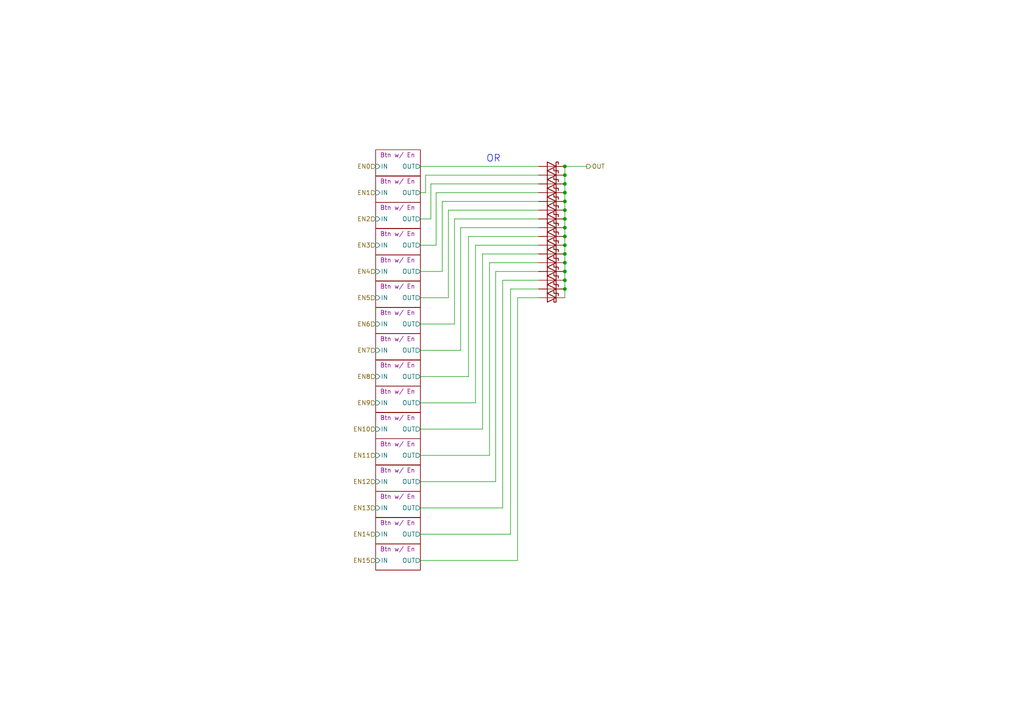
<source format=kicad_sch>
(kicad_sch (version 20211123) (generator eeschema)
  (paper "A4")
  (lib_symbols
    (symbol "Diode:BAT54J" (pin_numbers hide) (pin_names hide)
      (property "Reference" "D" (at 0 2.54 0))
      (property "Value" "BAT54J" (at 0 -2.54 0))
      (symbol "BAT54J_0_1"
        (polyline (pts (xy 1.27 0) (xy -1.27 0)))
        (polyline (pts (xy 1.27 1.27) (xy 1.27 -1.27) (xy -1.27 0) (xy 1.27 1.27)) (stroke (width 0.254)))
        (polyline (pts (xy -1.905 0.635) (xy -1.905 1.27) (xy -1.27 1.27) (xy -1.27 -1.27) (xy -0.635 -1.27) (xy -0.635 -0.635)) (stroke (width 0.254)))
      )
      (symbol "BAT54J_1_1"
        (pin passive line (at -3.81 0 0) (length 2.54) (name "K") (number "1"))
        (pin passive line (at 3.81 0 180) (length 2.54) (name "A") (number "2"))
      )
    )
  )
  (junction (at 163.83 53.34))
  (junction (at 163.83 83.82))
  (junction (at 163.83 76.2))
  (junction (at 163.83 66.04))
  (junction (at 163.83 58.42))
  (junction (at 163.83 71.12))
  (junction (at 163.83 55.88))
  (junction (at 163.83 63.5))
  (junction (at 163.83 73.66))
  (junction (at 163.83 48.26))
  (junction (at 163.83 68.58))
  (junction (at 163.83 50.8))
  (junction (at 163.83 81.28))
  (junction (at 163.83 78.74))
  (junction (at 163.83 60.96))
  (wire (pts (xy 133.604 101.6) (xy 121.92 101.6)))
  (wire (pts (xy 156.21 60.96) (xy 130.048 60.96)))
  (wire (pts (xy 163.83 63.5) (xy 163.83 66.04)))
  (wire (pts (xy 121.92 116.84) (xy 137.922 116.84)))
  (wire (pts (xy 163.83 60.96) (xy 163.83 63.5)))
  (wire (pts (xy 130.048 86.36) (xy 121.92 86.36)))
  (wire (pts (xy 163.83 48.26) (xy 163.83 50.8)))
  (wire (pts (xy 130.048 60.96) (xy 130.048 86.36)))
  (wire (pts (xy 137.922 116.84) (xy 137.922 71.12)))
  (wire (pts (xy 156.21 73.66) (xy 139.954 73.66)))
  (wire (pts (xy 163.83 76.2) (xy 163.83 78.74)))
  (wire (pts (xy 131.826 63.5) (xy 156.21 63.5)))
  (wire (pts (xy 121.92 93.98) (xy 131.826 93.98)))
  (wire (pts (xy 163.83 58.42) (xy 163.83 60.96)))
  (wire (pts (xy 126.492 55.88) (xy 126.492 71.12)))
  (wire (pts (xy 156.21 66.04) (xy 133.604 66.04)))
  (wire (pts (xy 156.21 53.34) (xy 124.968 53.34)))
  (wire (pts (xy 163.83 78.74) (xy 163.83 81.28)))
  (wire (pts (xy 163.83 81.28) (xy 163.83 83.82)))
  (wire (pts (xy 128.27 78.74) (xy 121.92 78.74)))
  (wire (pts (xy 163.83 71.12) (xy 163.83 73.66)))
  (wire (pts (xy 170.18 48.26) (xy 163.83 48.26)))
  (wire (pts (xy 163.83 83.82) (xy 163.83 86.36)))
  (wire (pts (xy 121.92 55.88) (xy 123.444 55.88)))
  (wire (pts (xy 156.21 83.82) (xy 148.082 83.82)))
  (wire (pts (xy 121.92 48.26) (xy 156.21 48.26)))
  (wire (pts (xy 121.92 71.12) (xy 126.492 71.12)))
  (wire (pts (xy 121.92 132.08) (xy 141.986 132.08)))
  (wire (pts (xy 163.83 73.66) (xy 163.83 76.2)))
  (wire (pts (xy 156.21 78.74) (xy 143.764 78.74)))
  (wire (pts (xy 163.83 66.04) (xy 163.83 68.58)))
  (wire (pts (xy 135.89 109.22) (xy 121.92 109.22)))
  (wire (pts (xy 163.83 68.58) (xy 163.83 71.12)))
  (wire (pts (xy 123.444 55.88) (xy 123.444 50.8)))
  (wire (pts (xy 123.444 50.8) (xy 156.21 50.8)))
  (wire (pts (xy 145.796 81.28) (xy 156.21 81.28)))
  (wire (pts (xy 143.764 78.74) (xy 143.764 139.7)))
  (wire (pts (xy 156.21 68.58) (xy 135.89 68.58)))
  (wire (pts (xy 139.954 124.46) (xy 121.92 124.46)))
  (wire (pts (xy 150.114 162.56) (xy 150.114 86.36)))
  (wire (pts (xy 139.954 73.66) (xy 139.954 124.46)))
  (wire (pts (xy 141.986 76.2) (xy 156.21 76.2)))
  (wire (pts (xy 145.796 147.32) (xy 145.796 81.28)))
  (wire (pts (xy 148.082 83.82) (xy 148.082 154.94)))
  (wire (pts (xy 124.968 53.34) (xy 124.968 63.5)))
  (wire (pts (xy 148.082 154.94) (xy 121.92 154.94)))
  (wire (pts (xy 150.114 86.36) (xy 156.21 86.36)))
  (wire (pts (xy 133.604 66.04) (xy 133.604 101.6)))
  (wire (pts (xy 131.826 93.98) (xy 131.826 63.5)))
  (wire (pts (xy 121.92 162.56) (xy 150.114 162.56)))
  (wire (pts (xy 121.92 147.32) (xy 145.796 147.32)))
  (wire (pts (xy 137.922 71.12) (xy 156.21 71.12)))
  (wire (pts (xy 128.27 58.42) (xy 128.27 78.74)))
  (wire (pts (xy 135.89 68.58) (xy 135.89 109.22)))
  (wire (pts (xy 163.83 55.88) (xy 163.83 58.42)))
  (wire (pts (xy 141.986 132.08) (xy 141.986 76.2)))
  (wire (pts (xy 156.21 58.42) (xy 128.27 58.42)))
  (wire (pts (xy 124.968 63.5) (xy 121.92 63.5)))
  (wire (pts (xy 126.492 55.88) (xy 156.21 55.88)))
  (wire (pts (xy 143.764 139.7) (xy 121.92 139.7)))
  (wire (pts (xy 163.83 50.8) (xy 163.83 53.34)))
  (wire (pts (xy 163.83 53.34) (xy 163.83 55.88)))
  (text "OR" (at 145.288 47.244 180) (effects (font (size 2 2)) (justify right bottom)))
  (hierarchical_label "EN12" (shape input) (at 108.966 139.7 180))
  (hierarchical_label "EN11" (shape input) (at 108.966 132.08 180))
  (hierarchical_label "EN13" (shape input) (at 108.966 147.32 180))
  (hierarchical_label "EN8" (shape input) (at 108.966 109.22 180))
  (hierarchical_label "OUT" (shape output) (at 170.18 48.26 0))
  (hierarchical_label "EN15" (shape input) (at 108.966 162.56 180))
  (hierarchical_label "EN2" (shape input) (at 108.966 63.5 180))
  (hierarchical_label "EN1" (shape input) (at 108.966 55.88 180))
  (hierarchical_label "EN10" (shape input) (at 108.966 124.46 180))
  (hierarchical_label "EN6" (shape input) (at 108.966 93.98 180))
  (hierarchical_label "EN9" (shape input) (at 108.966 116.84 180))
  (hierarchical_label "EN14" (shape input) (at 108.966 154.94 180))
  (hierarchical_label "EN4" (shape input) (at 108.966 78.74 180))
  (hierarchical_label "EN3" (shape input) (at 108.966 71.12 180))
  (hierarchical_label "EN5" (shape input) (at 108.966 86.36 180))
  (hierarchical_label "EN0" (shape input) (at 108.966 48.26 180))
  (hierarchical_label "EN7" (shape input) (at 108.966 101.6 180))
  (symbol (lib_id "Diode:BAT54J") (at 160.02 83.82 0) (mirror y) (unit 1)
    (property "Reference" "D16" (effects hide))
    (property "Value" "BAT54J" (effects hide))
    (property "Footprint" "Diode_SMD:D_SOD-323F" (effects hide))
    (property "Datasheet" "https://assets.nexperia.com/documents/data-sheet/BAT54J.pdf" (effects hide))
  )
  (symbol (lib_id "Diode:BAT54J") (at 160.02 81.28 0) (mirror y) (unit 1)
    (property "Reference" "D15" (effects hide))
    (property "Value" "BAT54J" (effects hide))
    (property "Footprint" "Diode_SMD:D_SOD-323F" (effects hide))
    (property "Datasheet" "https://assets.nexperia.com/documents/data-sheet/BAT54J.pdf" (effects hide))
  )
  (symbol (lib_id "Diode:BAT54J") (at 160.02 63.5 0) (mirror y) (unit 1)
    (property "Reference" "D8" (effects hide))
    (property "Value" "BAT54J" (effects hide))
    (property "Footprint" "Diode_SMD:D_SOD-323F" (effects hide))
    (property "Datasheet" "https://assets.nexperia.com/documents/data-sheet/BAT54J.pdf" (effects hide))
  )
  (symbol (lib_id "Diode:BAT54J") (at 160.02 78.74 0) (mirror y) (unit 1)
    (property "Reference" "D14" (effects hide))
    (property "Value" "BAT54J" (effects hide))
    (property "Footprint" "Diode_SMD:D_SOD-323F" (effects hide))
    (property "Datasheet" "https://assets.nexperia.com/documents/data-sheet/BAT54J.pdf" (effects hide))
  )
  (symbol (lib_id "Diode:BAT54J") (at 160.02 68.58 0) (mirror y) (unit 1)
    (property "Reference" "D10" (effects hide))
    (property "Value" "BAT54J" (effects hide))
    (property "Footprint" "Diode_SMD:D_SOD-323F" (effects hide))
    (property "Datasheet" "https://assets.nexperia.com/documents/data-sheet/BAT54J.pdf" (effects hide))
  )
  (symbol (lib_id "Diode:BAT54J") (at 160.02 86.36 0) (mirror y) (unit 1)
    (property "Reference" "D17" (effects hide))
    (property "Value" "BAT54J" (effects hide))
    (property "Footprint" "Diode_SMD:D_SOD-323F" (effects hide))
    (property "Datasheet" "https://assets.nexperia.com/documents/data-sheet/BAT54J.pdf" (effects hide))
  )
  (symbol (lib_id "Diode:BAT54J") (at 160.02 66.04 0) (mirror y) (unit 1)
    (property "Reference" "D9" (effects hide))
    (property "Value" "BAT54J" (effects hide))
    (property "Footprint" "Diode_SMD:D_SOD-323F" (effects hide))
    (property "Datasheet" "https://assets.nexperia.com/documents/data-sheet/BAT54J.pdf" (effects hide))
  )
  (symbol (lib_id "Diode:BAT54J") (at 160.02 58.42 0) (mirror y) (unit 1)
    (property "Reference" "D6" (effects hide))
    (property "Value" "BAT54J" (effects hide))
    (property "Footprint" "Diode_SMD:D_SOD-323F" (effects hide))
    (property "Datasheet" "https://assets.nexperia.com/documents/data-sheet/BAT54J.pdf" (effects hide))
  )
  (symbol (lib_id "Diode:BAT54J") (at 160.02 76.2 0) (mirror y) (unit 1)
    (property "Reference" "D13" (effects hide))
    (property "Value" "BAT54J" (effects hide))
    (property "Footprint" "Diode_SMD:D_SOD-323F" (effects hide))
    (property "Datasheet" "https://assets.nexperia.com/documents/data-sheet/BAT54J.pdf" (effects hide))
  )
  (symbol (lib_id "Diode:BAT54J") (at 160.02 71.12 0) (mirror y) (unit 1)
    (property "Reference" "D11" (effects hide))
    (property "Value" "BAT54J" (effects hide))
    (property "Footprint" "Diode_SMD:D_SOD-323F" (effects hide))
    (property "Datasheet" "https://assets.nexperia.com/documents/data-sheet/BAT54J.pdf" (effects hide))
  )
  (symbol (lib_id "Diode:BAT54J") (at 160.02 50.8 0) (mirror y) (unit 1)
    (property "Reference" "D3" (effects hide))
    (property "Value" "BAT54J" (effects hide))
    (property "Footprint" "Diode_SMD:D_SOD-323F" (effects hide))
    (property "Datasheet" "https://assets.nexperia.com/documents/data-sheet/BAT54J.pdf" (effects hide))
  )
  (symbol (lib_id "Diode:BAT54J") (at 160.02 53.34 0) (mirror y) (unit 1)
    (property "Reference" "D4" (effects hide))
    (property "Value" "BAT54J" (effects hide))
    (property "Footprint" "Diode_SMD:D_SOD-323F" (effects hide))
    (property "Datasheet" "https://assets.nexperia.com/documents/data-sheet/BAT54J.pdf" (effects hide))
  )
  (symbol (lib_id "Diode:BAT54J") (at 160.02 73.66 0) (mirror y) (unit 1)
    (property "Reference" "D12" (effects hide))
    (property "Value" "BAT54J" (effects hide))
    (property "Footprint" "Diode_SMD:D_SOD-323F" (effects hide))
    (property "Datasheet" "https://assets.nexperia.com/documents/data-sheet/BAT54J.pdf" (effects hide))
  )
  (symbol (lib_id "Diode:BAT54J") (at 160.02 48.26 0) (mirror y) (unit 1)
    (property "Reference" "D2" (effects hide))
    (property "Value" "BAT54J" (effects hide))
    (property "Footprint" "Diode_SMD:D_SOD-323F" (effects hide))
    (property "Datasheet" "https://assets.nexperia.com/documents/data-sheet/BAT54J.pdf" (effects hide))
  )
  (symbol (lib_id "Diode:BAT54J") (at 160.02 55.88 0) (mirror y) (unit 1)
    (property "Reference" "D5" (effects hide))
    (property "Value" "BAT54J" (effects hide))
    (property "Footprint" "Diode_SMD:D_SOD-323F" (effects hide))
    (property "Datasheet" "https://assets.nexperia.com/documents/data-sheet/BAT54J.pdf" (effects hide))
  )
  (symbol (lib_id "Diode:BAT54J") (at 160.02 60.96 0) (mirror y) (unit 1)
    (property "Reference" "D7" (effects hide))
    (property "Value" "BAT54J" (effects hide))
    (property "Footprint" "Diode_SMD:D_SOD-323F" (effects hide))
    (property "Datasheet" "https://assets.nexperia.com/documents/data-sheet/BAT54J.pdf" (effects hide))
  )
  (sheet (at 108.966 58.674) (size 12.954 7.62) (stroke (width 0.1524))
    (property "Sheet name" "Button with Enable3" (effects hide))
    (property "Sheet file" "button_with_enable.kicad_sch" (effects hide))
    (property "Field2" "Btn w/ En" (at 115.316 60.198 0))
    (pin "OUT" output (at 121.92 63.5 0))
    (pin "IN" input (at 108.966 63.5 180))
  )
  (sheet (at 108.966 119.634) (size 12.954 7.62) (stroke (width 0.1524))
    (property "Sheet name" "Button with Enable13" (effects hide))
    (property "Sheet file" "button_with_enable.kicad_sch" (effects hide))
    (property "Field2" "Btn w/ En" (at 115.316 121.158 0))
    (pin "OUT" output (at 121.92 124.46 0))
    (pin "IN" input (at 108.966 124.46 180))
  )
  (sheet (at 108.966 157.734) (size 12.954 7.62) (stroke (width 0.1524))
    (property "Sheet name" "Button with Enable11" (effects hide))
    (property "Sheet file" "button_with_enable.kicad_sch" (effects hide))
    (property "Field2" "Btn w/ En" (at 115.316 159.258 0))
    (pin "OUT" output (at 121.92 162.56 0))
    (pin "IN" input (at 108.966 162.56 180))
  )
  (sheet (at 108.966 81.534) (size 12.954 7.62) (stroke (width 0.1524))
    (property "Sheet name" "Button with Enable4" (effects hide))
    (property "Sheet file" "button_with_enable.kicad_sch" (effects hide))
    (property "Field2" "Btn w/ En" (at 115.316 83.058 0))
    (pin "OUT" output (at 121.92 86.36 0))
    (pin "IN" input (at 108.966 86.36 180))
  )
  (sheet (at 108.966 73.914) (size 12.954 7.62) (stroke (width 0.1524))
    (property "Sheet name" "Button with Enable7" (effects hide))
    (property "Sheet file" "button_with_enable.kicad_sch" (effects hide))
    (property "Field2" "Btn w/ En" (at 115.316 75.438 0))
    (pin "OUT" output (at 121.92 78.74 0))
    (pin "IN" input (at 108.966 78.74 180))
  )
  (sheet (at 108.966 150.114) (size 12.954 7.62) (stroke (width 0.1524))
    (property "Sheet name" "Button with Enable10" (effects hide))
    (property "Sheet file" "button_with_enable.kicad_sch" (effects hide))
    (property "Field2" "Btn w/ En" (at 115.316 151.638 0))
    (pin "OUT" output (at 121.92 154.94 0))
    (pin "IN" input (at 108.966 154.94 180))
  )
  (sheet (at 108.966 112.014) (size 12.954 7.62) (stroke (width 0.1524))
    (property "Sheet name" "Button with Enable8" (effects hide))
    (property "Sheet file" "button_with_enable.kicad_sch" (effects hide))
    (property "Field2" "Btn w/ En" (at 115.316 113.538 0))
    (pin "OUT" output (at 121.92 116.84 0))
    (pin "IN" input (at 108.966 116.84 180))
  )
  (sheet (at 108.966 89.154) (size 12.954 7.62) (stroke (width 0.1524))
    (property "Sheet name" "Button with Enable6" (effects hide))
    (property "Sheet file" "button_with_enable.kicad_sch" (effects hide))
    (property "Field2" "Btn w/ En" (at 115.316 90.678 0))
    (pin "OUT" output (at 121.92 93.98 0))
    (pin "IN" input (at 108.966 93.98 180))
  )
  (sheet (at 108.966 104.394) (size 12.954 7.62) (stroke (width 0.1524))
    (property "Sheet name" "Button with Enable14" (effects hide))
    (property "Sheet file" "button_with_enable.kicad_sch" (effects hide))
    (property "Field2" "Btn w/ En" (at 115.316 105.918 0))
    (pin "OUT" output (at 121.92 109.22 0))
    (pin "IN" input (at 108.966 109.22 180))
  )
  (sheet (at 108.966 51.054) (size 12.954 7.62) (stroke (width 0.1524))
    (property "Sheet name" "Button with Enable1" (effects hide))
    (property "Sheet file" "button_with_enable.kicad_sch" (effects hide))
    (property "Field2" "Btn w/ En" (at 115.316 52.578 0))
    (pin "OUT" output (at 121.92 55.88 0))
    (pin "IN" input (at 108.966 55.88 180))
  )
  (sheet (at 108.966 96.774) (size 12.954 7.62) (stroke (width 0.1524))
    (property "Sheet name" "Button with Enable5" (effects hide))
    (property "Sheet file" "button_with_enable.kicad_sch" (effects hide))
    (property "Field2" "Btn w/ En" (at 115.316 98.298 0))
    (pin "OUT" output (at 121.92 101.6 0))
    (pin "IN" input (at 108.966 101.6 180))
  )
  (sheet (at 108.966 66.294) (size 12.954 7.62) (stroke (width 0.1524))
    (property "Sheet name" "Button with Enable2" (effects hide))
    (property "Sheet file" "button_with_enable.kicad_sch" (effects hide))
    (property "Field2" "Btn w/ En" (at 115.316 67.818 0))
    (pin "OUT" output (at 121.92 71.12 0))
    (pin "IN" input (at 108.966 71.12 180))
  )
  (sheet (at 108.966 43.434) (size 12.954 7.62) (stroke (width 0.1524))
    (property "Sheet name" "Button with Enable" (effects hide))
    (property "Sheet file" "button_with_enable.kicad_sch" (effects hide))
    (property "Field2" "Btn w/ En" (at 115.316 44.958 0))
    (pin "OUT" output (at 121.92 48.26 0))
    (pin "IN" input (at 108.966 48.26 180))
  )
  (sheet (at 108.966 134.874) (size 12.954 7.62) (stroke (width 0.1524))
    (property "Sheet name" "Button with Enable9" (effects hide))
    (property "Sheet file" "button_with_enable.kicad_sch" (effects hide))
    (property "Field2" "Btn w/ En" (at 115.316 136.398 0))
    (pin "OUT" output (at 121.92 139.7 0))
    (pin "IN" input (at 108.966 139.7 180))
  )
  (sheet (at 108.966 127.254) (size 12.954 7.62) (stroke (width 0.1524))
    (property "Sheet name" "Button with Enable12" (effects hide))
    (property "Sheet file" "button_with_enable.kicad_sch" (effects hide))
    (property "Field2" "Btn w/ En" (at 115.316 128.778 0))
    (pin "OUT" output (at 121.92 132.08 0))
    (pin "IN" input (at 108.966 132.08 180))
  )
  (sheet (at 108.966 142.494) (size 12.954 7.62) (stroke (width 0.1524))
    (property "Sheet name" "Button with Enable15" (effects hide))
    (property "Sheet file" "button_with_enable.kicad_sch" (effects hide))
    (property "Field2" "Btn w/ En" (at 115.316 144.018 0))
    (pin "OUT" output (at 121.92 147.32 0))
    (pin "IN" input (at 108.966 147.32 180))
  )
)
</source>
